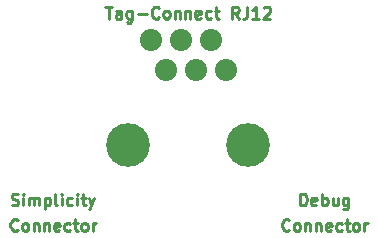
<source format=gts>
G04 #@! TF.FileFunction,Soldermask,Top*
%FSLAX46Y46*%
G04 Gerber Fmt 4.6, Leading zero omitted, Abs format (unit mm)*
G04 Created by KiCad (PCBNEW 4.0.1-3.201512221402+6198~38~ubuntu15.04.1-stable) date Sun 14 Feb 2016 01:03:01 PM PST*
%MOMM*%
G01*
G04 APERTURE LIST*
%ADD10C,0.100000*%
%ADD11C,0.250000*%
%ADD12C,1.871200*%
%ADD13C,3.700000*%
G04 APERTURE END LIST*
D10*
D11*
X155032619Y-111357143D02*
X154985000Y-111404762D01*
X154842143Y-111452381D01*
X154746905Y-111452381D01*
X154604047Y-111404762D01*
X154508809Y-111309524D01*
X154461190Y-111214286D01*
X154413571Y-111023810D01*
X154413571Y-110880952D01*
X154461190Y-110690476D01*
X154508809Y-110595238D01*
X154604047Y-110500000D01*
X154746905Y-110452381D01*
X154842143Y-110452381D01*
X154985000Y-110500000D01*
X155032619Y-110547619D01*
X155604047Y-111452381D02*
X155508809Y-111404762D01*
X155461190Y-111357143D01*
X155413571Y-111261905D01*
X155413571Y-110976190D01*
X155461190Y-110880952D01*
X155508809Y-110833333D01*
X155604047Y-110785714D01*
X155746905Y-110785714D01*
X155842143Y-110833333D01*
X155889762Y-110880952D01*
X155937381Y-110976190D01*
X155937381Y-111261905D01*
X155889762Y-111357143D01*
X155842143Y-111404762D01*
X155746905Y-111452381D01*
X155604047Y-111452381D01*
X156365952Y-110785714D02*
X156365952Y-111452381D01*
X156365952Y-110880952D02*
X156413571Y-110833333D01*
X156508809Y-110785714D01*
X156651667Y-110785714D01*
X156746905Y-110833333D01*
X156794524Y-110928571D01*
X156794524Y-111452381D01*
X157270714Y-110785714D02*
X157270714Y-111452381D01*
X157270714Y-110880952D02*
X157318333Y-110833333D01*
X157413571Y-110785714D01*
X157556429Y-110785714D01*
X157651667Y-110833333D01*
X157699286Y-110928571D01*
X157699286Y-111452381D01*
X158556429Y-111404762D02*
X158461191Y-111452381D01*
X158270714Y-111452381D01*
X158175476Y-111404762D01*
X158127857Y-111309524D01*
X158127857Y-110928571D01*
X158175476Y-110833333D01*
X158270714Y-110785714D01*
X158461191Y-110785714D01*
X158556429Y-110833333D01*
X158604048Y-110928571D01*
X158604048Y-111023810D01*
X158127857Y-111119048D01*
X159461191Y-111404762D02*
X159365953Y-111452381D01*
X159175476Y-111452381D01*
X159080238Y-111404762D01*
X159032619Y-111357143D01*
X158985000Y-111261905D01*
X158985000Y-110976190D01*
X159032619Y-110880952D01*
X159080238Y-110833333D01*
X159175476Y-110785714D01*
X159365953Y-110785714D01*
X159461191Y-110833333D01*
X159746905Y-110785714D02*
X160127857Y-110785714D01*
X159889762Y-110452381D02*
X159889762Y-111309524D01*
X159937381Y-111404762D01*
X160032619Y-111452381D01*
X160127857Y-111452381D01*
X160604048Y-111452381D02*
X160508810Y-111404762D01*
X160461191Y-111357143D01*
X160413572Y-111261905D01*
X160413572Y-110976190D01*
X160461191Y-110880952D01*
X160508810Y-110833333D01*
X160604048Y-110785714D01*
X160746906Y-110785714D01*
X160842144Y-110833333D01*
X160889763Y-110880952D01*
X160937382Y-110976190D01*
X160937382Y-111261905D01*
X160889763Y-111357143D01*
X160842144Y-111404762D01*
X160746906Y-111452381D01*
X160604048Y-111452381D01*
X161365953Y-111452381D02*
X161365953Y-110785714D01*
X161365953Y-110976190D02*
X161413572Y-110880952D01*
X161461191Y-110833333D01*
X161556429Y-110785714D01*
X161651668Y-110785714D01*
X132042619Y-111357143D02*
X131995000Y-111404762D01*
X131852143Y-111452381D01*
X131756905Y-111452381D01*
X131614047Y-111404762D01*
X131518809Y-111309524D01*
X131471190Y-111214286D01*
X131423571Y-111023810D01*
X131423571Y-110880952D01*
X131471190Y-110690476D01*
X131518809Y-110595238D01*
X131614047Y-110500000D01*
X131756905Y-110452381D01*
X131852143Y-110452381D01*
X131995000Y-110500000D01*
X132042619Y-110547619D01*
X132614047Y-111452381D02*
X132518809Y-111404762D01*
X132471190Y-111357143D01*
X132423571Y-111261905D01*
X132423571Y-110976190D01*
X132471190Y-110880952D01*
X132518809Y-110833333D01*
X132614047Y-110785714D01*
X132756905Y-110785714D01*
X132852143Y-110833333D01*
X132899762Y-110880952D01*
X132947381Y-110976190D01*
X132947381Y-111261905D01*
X132899762Y-111357143D01*
X132852143Y-111404762D01*
X132756905Y-111452381D01*
X132614047Y-111452381D01*
X133375952Y-110785714D02*
X133375952Y-111452381D01*
X133375952Y-110880952D02*
X133423571Y-110833333D01*
X133518809Y-110785714D01*
X133661667Y-110785714D01*
X133756905Y-110833333D01*
X133804524Y-110928571D01*
X133804524Y-111452381D01*
X134280714Y-110785714D02*
X134280714Y-111452381D01*
X134280714Y-110880952D02*
X134328333Y-110833333D01*
X134423571Y-110785714D01*
X134566429Y-110785714D01*
X134661667Y-110833333D01*
X134709286Y-110928571D01*
X134709286Y-111452381D01*
X135566429Y-111404762D02*
X135471191Y-111452381D01*
X135280714Y-111452381D01*
X135185476Y-111404762D01*
X135137857Y-111309524D01*
X135137857Y-110928571D01*
X135185476Y-110833333D01*
X135280714Y-110785714D01*
X135471191Y-110785714D01*
X135566429Y-110833333D01*
X135614048Y-110928571D01*
X135614048Y-111023810D01*
X135137857Y-111119048D01*
X136471191Y-111404762D02*
X136375953Y-111452381D01*
X136185476Y-111452381D01*
X136090238Y-111404762D01*
X136042619Y-111357143D01*
X135995000Y-111261905D01*
X135995000Y-110976190D01*
X136042619Y-110880952D01*
X136090238Y-110833333D01*
X136185476Y-110785714D01*
X136375953Y-110785714D01*
X136471191Y-110833333D01*
X136756905Y-110785714D02*
X137137857Y-110785714D01*
X136899762Y-110452381D02*
X136899762Y-111309524D01*
X136947381Y-111404762D01*
X137042619Y-111452381D01*
X137137857Y-111452381D01*
X137614048Y-111452381D02*
X137518810Y-111404762D01*
X137471191Y-111357143D01*
X137423572Y-111261905D01*
X137423572Y-110976190D01*
X137471191Y-110880952D01*
X137518810Y-110833333D01*
X137614048Y-110785714D01*
X137756906Y-110785714D01*
X137852144Y-110833333D01*
X137899763Y-110880952D01*
X137947382Y-110976190D01*
X137947382Y-111261905D01*
X137899763Y-111357143D01*
X137852144Y-111404762D01*
X137756906Y-111452381D01*
X137614048Y-111452381D01*
X138375953Y-111452381D02*
X138375953Y-110785714D01*
X138375953Y-110976190D02*
X138423572Y-110880952D01*
X138471191Y-110833333D01*
X138566429Y-110785714D01*
X138661668Y-110785714D01*
X139466190Y-92482381D02*
X140037619Y-92482381D01*
X139751904Y-93482381D02*
X139751904Y-92482381D01*
X140799524Y-93482381D02*
X140799524Y-92958571D01*
X140751905Y-92863333D01*
X140656667Y-92815714D01*
X140466190Y-92815714D01*
X140370952Y-92863333D01*
X140799524Y-93434762D02*
X140704286Y-93482381D01*
X140466190Y-93482381D01*
X140370952Y-93434762D01*
X140323333Y-93339524D01*
X140323333Y-93244286D01*
X140370952Y-93149048D01*
X140466190Y-93101429D01*
X140704286Y-93101429D01*
X140799524Y-93053810D01*
X141704286Y-92815714D02*
X141704286Y-93625238D01*
X141656667Y-93720476D01*
X141609048Y-93768095D01*
X141513809Y-93815714D01*
X141370952Y-93815714D01*
X141275714Y-93768095D01*
X141704286Y-93434762D02*
X141609048Y-93482381D01*
X141418571Y-93482381D01*
X141323333Y-93434762D01*
X141275714Y-93387143D01*
X141228095Y-93291905D01*
X141228095Y-93006190D01*
X141275714Y-92910952D01*
X141323333Y-92863333D01*
X141418571Y-92815714D01*
X141609048Y-92815714D01*
X141704286Y-92863333D01*
X142180476Y-93101429D02*
X142942381Y-93101429D01*
X143990000Y-93387143D02*
X143942381Y-93434762D01*
X143799524Y-93482381D01*
X143704286Y-93482381D01*
X143561428Y-93434762D01*
X143466190Y-93339524D01*
X143418571Y-93244286D01*
X143370952Y-93053810D01*
X143370952Y-92910952D01*
X143418571Y-92720476D01*
X143466190Y-92625238D01*
X143561428Y-92530000D01*
X143704286Y-92482381D01*
X143799524Y-92482381D01*
X143942381Y-92530000D01*
X143990000Y-92577619D01*
X144561428Y-93482381D02*
X144466190Y-93434762D01*
X144418571Y-93387143D01*
X144370952Y-93291905D01*
X144370952Y-93006190D01*
X144418571Y-92910952D01*
X144466190Y-92863333D01*
X144561428Y-92815714D01*
X144704286Y-92815714D01*
X144799524Y-92863333D01*
X144847143Y-92910952D01*
X144894762Y-93006190D01*
X144894762Y-93291905D01*
X144847143Y-93387143D01*
X144799524Y-93434762D01*
X144704286Y-93482381D01*
X144561428Y-93482381D01*
X145323333Y-92815714D02*
X145323333Y-93482381D01*
X145323333Y-92910952D02*
X145370952Y-92863333D01*
X145466190Y-92815714D01*
X145609048Y-92815714D01*
X145704286Y-92863333D01*
X145751905Y-92958571D01*
X145751905Y-93482381D01*
X146228095Y-92815714D02*
X146228095Y-93482381D01*
X146228095Y-92910952D02*
X146275714Y-92863333D01*
X146370952Y-92815714D01*
X146513810Y-92815714D01*
X146609048Y-92863333D01*
X146656667Y-92958571D01*
X146656667Y-93482381D01*
X147513810Y-93434762D02*
X147418572Y-93482381D01*
X147228095Y-93482381D01*
X147132857Y-93434762D01*
X147085238Y-93339524D01*
X147085238Y-92958571D01*
X147132857Y-92863333D01*
X147228095Y-92815714D01*
X147418572Y-92815714D01*
X147513810Y-92863333D01*
X147561429Y-92958571D01*
X147561429Y-93053810D01*
X147085238Y-93149048D01*
X148418572Y-93434762D02*
X148323334Y-93482381D01*
X148132857Y-93482381D01*
X148037619Y-93434762D01*
X147990000Y-93387143D01*
X147942381Y-93291905D01*
X147942381Y-93006190D01*
X147990000Y-92910952D01*
X148037619Y-92863333D01*
X148132857Y-92815714D01*
X148323334Y-92815714D01*
X148418572Y-92863333D01*
X148704286Y-92815714D02*
X149085238Y-92815714D01*
X148847143Y-92482381D02*
X148847143Y-93339524D01*
X148894762Y-93434762D01*
X148990000Y-93482381D01*
X149085238Y-93482381D01*
X150751906Y-93482381D02*
X150418572Y-93006190D01*
X150180477Y-93482381D02*
X150180477Y-92482381D01*
X150561430Y-92482381D01*
X150656668Y-92530000D01*
X150704287Y-92577619D01*
X150751906Y-92672857D01*
X150751906Y-92815714D01*
X150704287Y-92910952D01*
X150656668Y-92958571D01*
X150561430Y-93006190D01*
X150180477Y-93006190D01*
X151466192Y-92482381D02*
X151466192Y-93196667D01*
X151418572Y-93339524D01*
X151323334Y-93434762D01*
X151180477Y-93482381D01*
X151085239Y-93482381D01*
X152466192Y-93482381D02*
X151894763Y-93482381D01*
X152180477Y-93482381D02*
X152180477Y-92482381D01*
X152085239Y-92625238D01*
X151990001Y-92720476D01*
X151894763Y-92768095D01*
X152847144Y-92577619D02*
X152894763Y-92530000D01*
X152990001Y-92482381D01*
X153228097Y-92482381D01*
X153323335Y-92530000D01*
X153370954Y-92577619D01*
X153418573Y-92672857D01*
X153418573Y-92768095D01*
X153370954Y-92910952D01*
X152799525Y-93482381D01*
X153418573Y-93482381D01*
X131518810Y-109254762D02*
X131661667Y-109302381D01*
X131899763Y-109302381D01*
X131995001Y-109254762D01*
X132042620Y-109207143D01*
X132090239Y-109111905D01*
X132090239Y-109016667D01*
X132042620Y-108921429D01*
X131995001Y-108873810D01*
X131899763Y-108826190D01*
X131709286Y-108778571D01*
X131614048Y-108730952D01*
X131566429Y-108683333D01*
X131518810Y-108588095D01*
X131518810Y-108492857D01*
X131566429Y-108397619D01*
X131614048Y-108350000D01*
X131709286Y-108302381D01*
X131947382Y-108302381D01*
X132090239Y-108350000D01*
X132518810Y-109302381D02*
X132518810Y-108635714D01*
X132518810Y-108302381D02*
X132471191Y-108350000D01*
X132518810Y-108397619D01*
X132566429Y-108350000D01*
X132518810Y-108302381D01*
X132518810Y-108397619D01*
X132995000Y-109302381D02*
X132995000Y-108635714D01*
X132995000Y-108730952D02*
X133042619Y-108683333D01*
X133137857Y-108635714D01*
X133280715Y-108635714D01*
X133375953Y-108683333D01*
X133423572Y-108778571D01*
X133423572Y-109302381D01*
X133423572Y-108778571D02*
X133471191Y-108683333D01*
X133566429Y-108635714D01*
X133709286Y-108635714D01*
X133804524Y-108683333D01*
X133852143Y-108778571D01*
X133852143Y-109302381D01*
X134328333Y-108635714D02*
X134328333Y-109635714D01*
X134328333Y-108683333D02*
X134423571Y-108635714D01*
X134614048Y-108635714D01*
X134709286Y-108683333D01*
X134756905Y-108730952D01*
X134804524Y-108826190D01*
X134804524Y-109111905D01*
X134756905Y-109207143D01*
X134709286Y-109254762D01*
X134614048Y-109302381D01*
X134423571Y-109302381D01*
X134328333Y-109254762D01*
X135375952Y-109302381D02*
X135280714Y-109254762D01*
X135233095Y-109159524D01*
X135233095Y-108302381D01*
X135756905Y-109302381D02*
X135756905Y-108635714D01*
X135756905Y-108302381D02*
X135709286Y-108350000D01*
X135756905Y-108397619D01*
X135804524Y-108350000D01*
X135756905Y-108302381D01*
X135756905Y-108397619D01*
X136661667Y-109254762D02*
X136566429Y-109302381D01*
X136375952Y-109302381D01*
X136280714Y-109254762D01*
X136233095Y-109207143D01*
X136185476Y-109111905D01*
X136185476Y-108826190D01*
X136233095Y-108730952D01*
X136280714Y-108683333D01*
X136375952Y-108635714D01*
X136566429Y-108635714D01*
X136661667Y-108683333D01*
X137090238Y-109302381D02*
X137090238Y-108635714D01*
X137090238Y-108302381D02*
X137042619Y-108350000D01*
X137090238Y-108397619D01*
X137137857Y-108350000D01*
X137090238Y-108302381D01*
X137090238Y-108397619D01*
X137423571Y-108635714D02*
X137804523Y-108635714D01*
X137566428Y-108302381D02*
X137566428Y-109159524D01*
X137614047Y-109254762D01*
X137709285Y-109302381D01*
X137804523Y-109302381D01*
X138042619Y-108635714D02*
X138280714Y-109302381D01*
X138518810Y-108635714D02*
X138280714Y-109302381D01*
X138185476Y-109540476D01*
X138137857Y-109588095D01*
X138042619Y-109635714D01*
X155937381Y-109302381D02*
X155937381Y-108302381D01*
X156175476Y-108302381D01*
X156318334Y-108350000D01*
X156413572Y-108445238D01*
X156461191Y-108540476D01*
X156508810Y-108730952D01*
X156508810Y-108873810D01*
X156461191Y-109064286D01*
X156413572Y-109159524D01*
X156318334Y-109254762D01*
X156175476Y-109302381D01*
X155937381Y-109302381D01*
X157318334Y-109254762D02*
X157223096Y-109302381D01*
X157032619Y-109302381D01*
X156937381Y-109254762D01*
X156889762Y-109159524D01*
X156889762Y-108778571D01*
X156937381Y-108683333D01*
X157032619Y-108635714D01*
X157223096Y-108635714D01*
X157318334Y-108683333D01*
X157365953Y-108778571D01*
X157365953Y-108873810D01*
X156889762Y-108969048D01*
X157794524Y-109302381D02*
X157794524Y-108302381D01*
X157794524Y-108683333D02*
X157889762Y-108635714D01*
X158080239Y-108635714D01*
X158175477Y-108683333D01*
X158223096Y-108730952D01*
X158270715Y-108826190D01*
X158270715Y-109111905D01*
X158223096Y-109207143D01*
X158175477Y-109254762D01*
X158080239Y-109302381D01*
X157889762Y-109302381D01*
X157794524Y-109254762D01*
X159127858Y-108635714D02*
X159127858Y-109302381D01*
X158699286Y-108635714D02*
X158699286Y-109159524D01*
X158746905Y-109254762D01*
X158842143Y-109302381D01*
X158985001Y-109302381D01*
X159080239Y-109254762D01*
X159127858Y-109207143D01*
X160032620Y-108635714D02*
X160032620Y-109445238D01*
X159985001Y-109540476D01*
X159937382Y-109588095D01*
X159842143Y-109635714D01*
X159699286Y-109635714D01*
X159604048Y-109588095D01*
X160032620Y-109254762D02*
X159937382Y-109302381D01*
X159746905Y-109302381D01*
X159651667Y-109254762D01*
X159604048Y-109207143D01*
X159556429Y-109111905D01*
X159556429Y-108826190D01*
X159604048Y-108730952D01*
X159651667Y-108683333D01*
X159746905Y-108635714D01*
X159937382Y-108635714D01*
X160032620Y-108683333D01*
D12*
X149657500Y-97800000D03*
D13*
X151567500Y-104150000D03*
X141407500Y-104150000D03*
D12*
X148387500Y-95260000D03*
X145847500Y-95260000D03*
X143307500Y-95260000D03*
X147117500Y-97800000D03*
X144577500Y-97800000D03*
M02*

</source>
